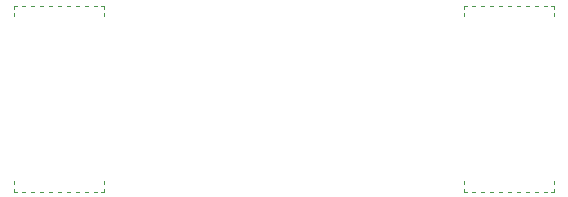
<source format=gto>
G04 #@! TF.GenerationSoftware,KiCad,Pcbnew,(5.1.5)-2*
G04 #@! TF.CreationDate,2020-11-13T23:18:45+09:00*
G04 #@! TF.ProjectId,astra515_swplate,61737472-6135-4313-955f-7377706c6174,rev?*
G04 #@! TF.SameCoordinates,Original*
G04 #@! TF.FileFunction,Legend,Top*
G04 #@! TF.FilePolarity,Positive*
%FSLAX46Y46*%
G04 Gerber Fmt 4.6, Leading zero omitted, Abs format (unit mm)*
G04 Created by KiCad (PCBNEW (5.1.5)-2) date 2020-11-13 23:18:45*
%MOMM*%
%LPD*%
G04 APERTURE LIST*
%ADD10C,0.120000*%
G04 APERTURE END LIST*
D10*
X211836000Y-135001000D02*
X211582000Y-135001000D01*
X213360000Y-135001000D02*
X213106000Y-135001000D01*
X214884000Y-135001000D02*
X214630000Y-135001000D01*
X216408000Y-135001000D02*
X216154000Y-135001000D01*
X217170000Y-135001000D02*
X216916000Y-135001000D01*
X176022000Y-135001000D02*
X175768000Y-135001000D01*
X175260000Y-135001000D02*
X175006000Y-135001000D01*
X174498000Y-135001000D02*
X174244000Y-135001000D01*
X178308000Y-135001000D02*
X178054000Y-135001000D01*
X173736000Y-135001000D02*
X173482000Y-135001000D01*
X179705000Y-135001000D02*
X179451000Y-135001000D01*
X179705000Y-135636000D02*
X179705000Y-135890000D01*
X179070000Y-135001000D02*
X178816000Y-135001000D01*
X172974000Y-135001000D02*
X172720000Y-135001000D01*
X179705000Y-135001000D02*
X179705000Y-135255000D01*
X177546000Y-135001000D02*
X177292000Y-135001000D01*
X172339000Y-135001000D02*
X172085000Y-135001000D01*
X172085000Y-135255000D02*
X172085000Y-135001000D01*
X172085000Y-135890000D02*
X172085000Y-135636000D01*
X175768000Y-150749000D02*
X176022000Y-150749000D01*
X176530000Y-150749000D02*
X176784000Y-150749000D01*
X177292000Y-150749000D02*
X177546000Y-150749000D01*
X173482000Y-150749000D02*
X173736000Y-150749000D01*
X178054000Y-150749000D02*
X178308000Y-150749000D01*
X172085000Y-150749000D02*
X172339000Y-150749000D01*
X172085000Y-150114000D02*
X172085000Y-149860000D01*
X172720000Y-150749000D02*
X172974000Y-150749000D01*
X178816000Y-150749000D02*
X179070000Y-150749000D01*
X175006000Y-150749000D02*
X175260000Y-150749000D01*
X172085000Y-150749000D02*
X172085000Y-150495000D01*
X174244000Y-150749000D02*
X174498000Y-150749000D01*
X179451000Y-150749000D02*
X179705000Y-150749000D01*
X179705000Y-150495000D02*
X179705000Y-150749000D01*
X179705000Y-149860000D02*
X179705000Y-150114000D01*
X213868000Y-150749000D02*
X214122000Y-150749000D01*
X214630000Y-150749000D02*
X214884000Y-150749000D01*
X215392000Y-150749000D02*
X215646000Y-150749000D01*
X211582000Y-150749000D02*
X211836000Y-150749000D01*
X216154000Y-150749000D02*
X216408000Y-150749000D01*
X210820000Y-150749000D02*
X211074000Y-150749000D01*
X216916000Y-150749000D02*
X217170000Y-150749000D01*
X213106000Y-150749000D02*
X213360000Y-150749000D01*
X212344000Y-150749000D02*
X212598000Y-150749000D01*
X217551000Y-150749000D02*
X217805000Y-150749000D01*
X217805000Y-150495000D02*
X217805000Y-150749000D01*
X217805000Y-149860000D02*
X217805000Y-150114000D01*
X175768000Y-150749000D02*
X176022000Y-150749000D01*
X176530000Y-150749000D02*
X176784000Y-150749000D01*
X177292000Y-150749000D02*
X177546000Y-150749000D01*
X173482000Y-150749000D02*
X173736000Y-150749000D01*
X178054000Y-150749000D02*
X178308000Y-150749000D01*
X172085000Y-150749000D02*
X172339000Y-150749000D01*
X172085000Y-150114000D02*
X172085000Y-149860000D01*
X172720000Y-150749000D02*
X172974000Y-150749000D01*
X178816000Y-150749000D02*
X179070000Y-150749000D01*
X175006000Y-150749000D02*
X175260000Y-150749000D01*
X172085000Y-150749000D02*
X172085000Y-150495000D01*
X174244000Y-150749000D02*
X174498000Y-150749000D01*
X179451000Y-150749000D02*
X179705000Y-150749000D01*
X179705000Y-150495000D02*
X179705000Y-150749000D01*
X179705000Y-149860000D02*
X179705000Y-150114000D01*
X176022000Y-135001000D02*
X175768000Y-135001000D01*
X175260000Y-135001000D02*
X175006000Y-135001000D01*
X174498000Y-135001000D02*
X174244000Y-135001000D01*
X178308000Y-135001000D02*
X178054000Y-135001000D01*
X173736000Y-135001000D02*
X173482000Y-135001000D01*
X179705000Y-135001000D02*
X179451000Y-135001000D01*
X179705000Y-135636000D02*
X179705000Y-135890000D01*
X179070000Y-135001000D02*
X178816000Y-135001000D01*
X172974000Y-135001000D02*
X172720000Y-135001000D01*
X176784000Y-135001000D02*
X176530000Y-135001000D01*
X179705000Y-135001000D02*
X179705000Y-135255000D01*
X177546000Y-135001000D02*
X177292000Y-135001000D01*
X172339000Y-135001000D02*
X172085000Y-135001000D01*
X172085000Y-135255000D02*
X172085000Y-135001000D01*
X172085000Y-135890000D02*
X172085000Y-135636000D01*
X213868000Y-150749000D02*
X214122000Y-150749000D01*
X214630000Y-150749000D02*
X214884000Y-150749000D01*
X215392000Y-150749000D02*
X215646000Y-150749000D01*
X211582000Y-150749000D02*
X211836000Y-150749000D01*
X216154000Y-150749000D02*
X216408000Y-150749000D01*
X210185000Y-150749000D02*
X210439000Y-150749000D01*
X210185000Y-150114000D02*
X210185000Y-149860000D01*
X210820000Y-150749000D02*
X211074000Y-150749000D01*
X216916000Y-150749000D02*
X217170000Y-150749000D01*
X213106000Y-150749000D02*
X213360000Y-150749000D01*
X210185000Y-150749000D02*
X210185000Y-150495000D01*
X212344000Y-150749000D02*
X212598000Y-150749000D01*
X217551000Y-150749000D02*
X217805000Y-150749000D01*
X217805000Y-150495000D02*
X217805000Y-150749000D01*
X217805000Y-149860000D02*
X217805000Y-150114000D01*
X217805000Y-135636000D02*
X217805000Y-135890000D01*
X217805000Y-135001000D02*
X217805000Y-135255000D01*
X217805000Y-135001000D02*
X217551000Y-135001000D01*
X215646000Y-135001000D02*
X215392000Y-135001000D01*
X214122000Y-135001000D02*
X213868000Y-135001000D01*
X212598000Y-135001000D02*
X212344000Y-135001000D01*
X211074000Y-135001000D02*
X210820000Y-135001000D01*
X210439000Y-135001000D02*
X210185000Y-135001000D01*
X210185000Y-135890000D02*
X210185000Y-135636000D01*
X210185000Y-135255000D02*
X210185000Y-135001000D01*
M02*

</source>
